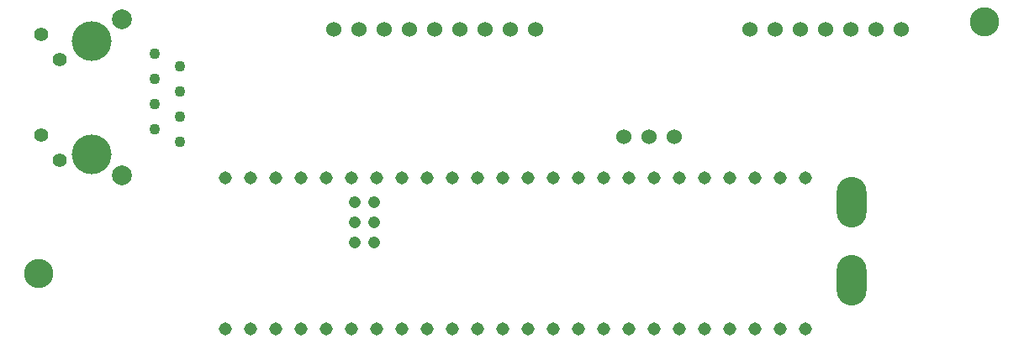
<source format=gbr>
%TF.GenerationSoftware,KiCad,Pcbnew,7.0.7*%
%TF.CreationDate,2023-11-04T22:27:46-05:00*%
%TF.ProjectId,FlourometerBoard_Hardware,466c6f75-726f-46d6-9574-6572426f6172,rev?*%
%TF.SameCoordinates,Original*%
%TF.FileFunction,Soldermask,Bot*%
%TF.FilePolarity,Negative*%
%FSLAX46Y46*%
G04 Gerber Fmt 4.6, Leading zero omitted, Abs format (unit mm)*
G04 Created by KiCad (PCBNEW 7.0.7) date 2023-11-04 22:27:46*
%MOMM*%
%LPD*%
G01*
G04 APERTURE LIST*
%ADD10C,1.524000*%
%ADD11C,1.308000*%
%ADD12C,1.208000*%
%ADD13C,2.946400*%
%ADD14O,3.000000X5.100000*%
%ADD15C,1.100000*%
%ADD16C,1.400000*%
%ADD17C,4.000000*%
%ADD18C,2.000000*%
G04 APERTURE END LIST*
D10*
%TO.C,Conn2*%
X73660000Y-86360000D03*
X76200000Y-86360000D03*
X78740000Y-86360000D03*
X81280000Y-86360000D03*
X83820000Y-86360000D03*
X86360000Y-86360000D03*
X88900000Y-86360000D03*
X91440000Y-86360000D03*
X93980000Y-86360000D03*
%TD*%
%TO.C,U3*%
X107950000Y-97155000D03*
X105410000Y-97155000D03*
X102870000Y-97155000D03*
%TD*%
D11*
%TO.C,U1*%
X65278000Y-116586000D03*
X67818000Y-116586000D03*
X70358000Y-116586000D03*
X72898000Y-116586000D03*
X98298000Y-116586000D03*
X67818000Y-101346000D03*
X75438000Y-116586000D03*
X77978000Y-116586000D03*
X80518000Y-116586000D03*
X83058000Y-116586000D03*
X85598000Y-116586000D03*
X88138000Y-116586000D03*
X90678000Y-116586000D03*
X93218000Y-116586000D03*
X95758000Y-116586000D03*
X95758000Y-101346000D03*
X93218000Y-101346000D03*
X90678000Y-101346000D03*
X88138000Y-101346000D03*
X85598000Y-101346000D03*
X83058000Y-101346000D03*
X80518000Y-101346000D03*
X77978000Y-101346000D03*
X75438000Y-101346000D03*
X72898000Y-101346000D03*
X70358000Y-101346000D03*
X100838000Y-116586000D03*
X103378000Y-116586000D03*
X105918000Y-116586000D03*
X108458000Y-116586000D03*
X110998000Y-116586000D03*
X113538000Y-116586000D03*
X116078000Y-116586000D03*
X118618000Y-116586000D03*
X121158000Y-116586000D03*
X121158000Y-101346000D03*
X118618000Y-101346000D03*
X116078000Y-101346000D03*
X113538000Y-101346000D03*
X110998000Y-101346000D03*
X108458000Y-101346000D03*
X105918000Y-101346000D03*
X103378000Y-101346000D03*
X100838000Y-101346000D03*
X62738000Y-116586000D03*
X98298000Y-101346000D03*
X65278000Y-101346000D03*
D12*
X77708000Y-105796000D03*
X75708000Y-105796000D03*
X75708000Y-103796000D03*
X77708000Y-103796000D03*
X77708000Y-107796000D03*
X75708000Y-107796000D03*
D11*
X62738000Y-101346000D03*
%TD*%
D13*
%TO.C,REF\u002A\u002A*%
X139192000Y-85598000D03*
%TD*%
D14*
%TO.C,Conn1*%
X125794800Y-111633000D03*
X125794800Y-103759000D03*
%TD*%
D13*
%TO.C,REF\u002A\u002A*%
X43942000Y-110998000D03*
%TD*%
D10*
%TO.C,Conn3*%
X115570000Y-86360000D03*
X118110000Y-86360000D03*
X120650000Y-86360000D03*
X123190000Y-86360000D03*
X125730000Y-86360000D03*
X128270000Y-86360000D03*
X130810000Y-86360000D03*
%TD*%
D15*
%TO.C,J1*%
X55626000Y-88748000D03*
X58166000Y-90018000D03*
X55626000Y-91288000D03*
X58166000Y-92558000D03*
X55626000Y-93828000D03*
X58166000Y-95098000D03*
X55626000Y-96368000D03*
X58166000Y-97638000D03*
D16*
X44196000Y-86868000D03*
X45986000Y-89408000D03*
X44196000Y-96978000D03*
X45986000Y-99518000D03*
D17*
X49276000Y-87478000D03*
X49276000Y-98908000D03*
D18*
X52326000Y-85318000D03*
X52326000Y-101068000D03*
%TD*%
M02*

</source>
